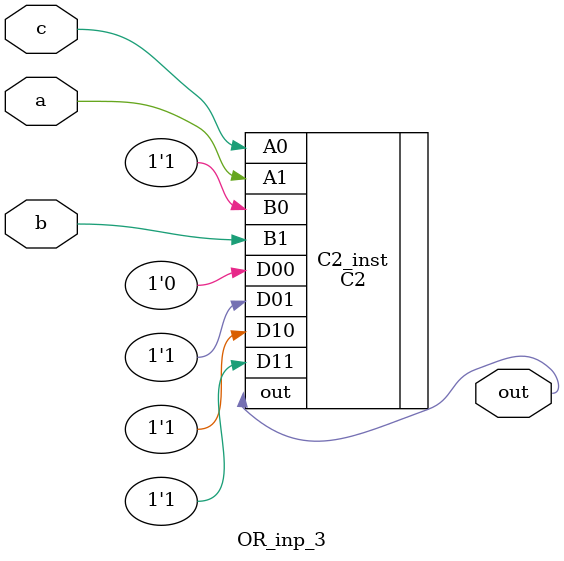
<source format=v>
module OR_inp_3 (input a , b, c, output out);
    C2 #(1) C2_inst(.D00(1'b0), .D01(1'b1), .D10(1'b1), .D11(1'b1), .A1(a), .B1(b), .A0(c), .B0(1'b1), .out(out));
endmodule
</source>
